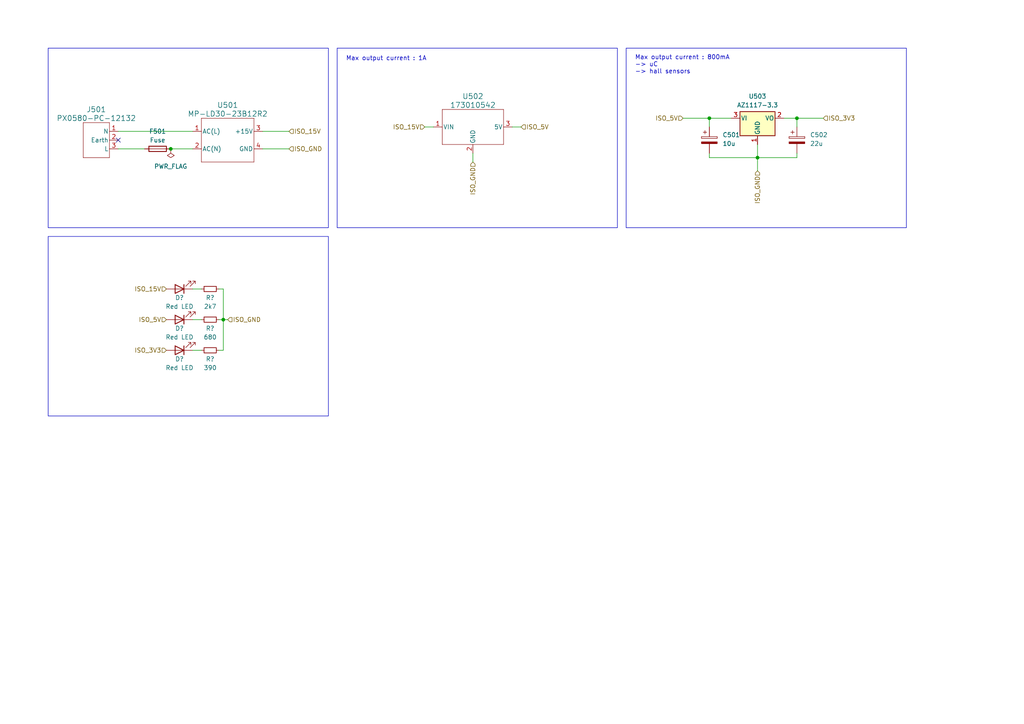
<source format=kicad_sch>
(kicad_sch (version 20230121) (generator eeschema)
  (paper "A4")
  (title_block (title "AAP Inverter") (date "2023-05-01") (company "ENSEA"))
  (lib_symbols
    (symbol "Custom:173010542" (pin_names (offset 0.254))
      (property "Reference" "U" (at 7.62 -6.35 0))
      (property "Value" "173010542" (at 0 6.35 0))
      (symbol "173010542_0_1"
        (polyline (pts (xy -8.89 -5.08) (xy 8.89 -5.08)) (stroke (width 0.127)))
        (polyline (pts (xy -8.89 5.08) (xy -8.89 -5.08)) (stroke (width 0.127)))
        (polyline (pts (xy 8.89 -5.08) (xy 8.89 5.08)) (stroke (width 0.127)))
        (polyline (pts (xy 8.89 5.08) (xy -8.89 5.08)) (stroke (width 0.127)))
      )
      (symbol "173010542_1_1"
        (pin power_in line (at -11.43 0 0) (length 2.54) (name "VIN") (number "1"))
        (pin power_in line (at 0 -7.62 90) (length 2.54) (name "GND") (number "2"))
        (pin power_out line (at 11.43 0 180) (length 2.54) (name "5V") (number "3"))
      )
    )
    (symbol "Device:C_Polarized" (pin_numbers hide) (pin_names (offset 0.254))
      (property "Reference" "C" (at 0.635 2.54 0))
      (property "Value" "C_Polarized" (at 0.635 -2.54 0))
      (symbol "C_Polarized_0_1"
        (rectangle (start -2.286 0.508) (end 2.286 1.016))
        (polyline (pts (xy -1.778 2.286) (xy -0.762 2.286)))
        (polyline (pts (xy -1.27 2.794) (xy -1.27 1.778)))
        (rectangle (start 2.286 -0.508) (end -2.286 -1.016) (fill (type outline)))
      )
      (symbol "C_Polarized_1_1"
        (pin passive line (at 0 3.81 270) (length 2.794) (name "~") (number "1"))
        (pin passive line (at 0 -3.81 90) (length 2.794) (name "~") (number "2"))
      )
    )
    (symbol "Device:Fuse" (pin_numbers hide) (pin_names (offset 0))
      (property "Reference" "F" (at 2.032 0 90))
      (property "Value" "Fuse" (at -1.905 0 90))
      (symbol "Fuse_0_1"
        (rectangle (start -0.762 -2.54) (end 0.762 2.54) (stroke (width 0.254)))
        (polyline (pts (xy 0 2.54) (xy 0 -2.54)))
      )
      (symbol "Fuse_1_1"
        (pin passive line (at 0 3.81 270) (length 1.27) (name "~") (number "1"))
        (pin passive line (at 0 -3.81 90) (length 1.27) (name "~") (number "2"))
      )
    )
    (symbol "Device:LED" (pin_numbers hide) (pin_names (offset 1.016) hide)
      (property "Reference" "D" (at 0 2.54 0))
      (property "Value" "LED" (at 0 -2.54 0))
      (symbol "LED_0_1"
        (polyline (pts (xy -1.27 -1.27) (xy -1.27 1.27)) (stroke (width 0.254)))
        (polyline (pts (xy -1.27 0) (xy 1.27 0)))
        (polyline (pts (xy 1.27 -1.27) (xy 1.27 1.27) (xy -1.27 0) (xy 1.27 -1.27)) (stroke (width 0.254)))
        (polyline (pts (xy -3.048 -0.762) (xy -4.572 -2.286) (xy -3.81 -2.286) (xy -4.572 -2.286) (xy -4.572 -1.524)))
        (polyline (pts (xy -1.778 -0.762) (xy -3.302 -2.286) (xy -2.54 -2.286) (xy -3.302 -2.286) (xy -3.302 -1.524)))
      )
      (symbol "LED_1_1"
        (pin passive line (at -3.81 0 0) (length 2.54) (name "K") (number "1"))
        (pin passive line (at 3.81 0 180) (length 2.54) (name "A") (number "2"))
      )
    )
    (symbol "Device:R_Small" (pin_numbers hide) (pin_names (offset 0.254) hide)
      (property "Reference" "R" (at 0.762 0.508 0))
      (property "Value" "R_Small" (at 0.762 -1.016 0))
      (symbol "R_Small_0_1"
        (rectangle (start -0.762 1.778) (end 0.762 -1.778) (stroke (width 0.2032)))
      )
      (symbol "R_Small_1_1"
        (pin passive line (at 0 2.54 270) (length 0.762) (name "~") (number "1"))
        (pin passive line (at 0 -2.54 90) (length 0.762) (name "~") (number "2"))
      )
    )
    (symbol "MP-LD30-23B15R2:MP-LD30-23B12R2" (pin_names (offset 0.254))
      (property "Reference" "U" (at 5.08 -7.62 0))
      (property "Value" "MP-LD30-23B12R2" (at 0 7.62 0))
      (symbol "MP-LD30-23B12R2_0_1"
        (polyline (pts (xy -7.62 -6.35) (xy 7.62 -6.35)) (stroke (width 0.127)))
        (polyline (pts (xy -7.62 6.35) (xy -7.62 -6.35)) (stroke (width 0.127)))
        (polyline (pts (xy 7.62 -6.35) (xy 7.62 6.35)) (stroke (width 0.127)))
        (polyline (pts (xy 7.62 6.35) (xy -7.62 6.35)) (stroke (width 0.127)))
      )
      (symbol "MP-LD30-23B12R2_1_1"
        (pin power_in line (at -10.16 2.54 0) (length 2.54) (name "AC(L)") (number "1"))
        (pin power_in line (at -10.16 -2.54 0) (length 2.54) (name "AC(N)") (number "2"))
        (pin power_out line (at 10.16 2.54 180) (length 2.54) (name "+15V") (number "3"))
        (pin power_out line (at 10.16 -2.54 180) (length 2.54) (name "GND") (number "4"))
      )
    )
    (symbol "PX0580-PC-12132:PX0580-PC-12132" (pin_names (offset 0.254))
      (property "Reference" "J" (at -1.27 -6.35 0))
      (property "Value" "PX0580-PC-12132" (at -5.08 6.35 0))
      (symbol "PX0580-PC-12132_1_1"
        (polyline (pts (xy -7.62 -5.08) (xy -7.62 5.08)) (stroke (width 0.127)))
        (polyline (pts (xy -7.62 5.08) (xy 0 5.08)) (stroke (width 0.127)))
        (polyline (pts (xy 0 -5.08) (xy -7.62 -5.08)) (stroke (width 0.127)))
        (polyline (pts (xy 0 5.08) (xy 0 -5.08)) (stroke (width 0.127)))
        (pin power_out line (at 2.54 2.54 180) (length 2.54) (name "N") (number "1"))
        (pin power_out line (at 2.54 0 180) (length 2.54) (name "Earth") (number "2"))
        (pin power_out line (at 2.54 -2.54 180) (length 2.54) (name "L") (number "3"))
      )
      (symbol "PX0580-PC-12132_1_2"
        (polyline (pts (xy 5.08 -7.62) (xy 12.7 -7.62)) (stroke (width 0.127)))
        (polyline (pts (xy 5.08 2.54) (xy 5.08 -7.62)) (stroke (width 0.127)))
        (polyline (pts (xy 7.62 -5.08) (xy 5.08 -5.08)) (stroke (width 0.127)))
        (polyline (pts (xy 7.62 -5.08) (xy 8.89 -5.9267)) (stroke (width 0.127)))
        (polyline (pts (xy 7.62 -5.08) (xy 8.89 -4.2333)) (stroke (width 0.127)))
        (polyline (pts (xy 7.62 -2.54) (xy 5.08 -2.54)) (stroke (width 0.127)))
        (polyline (pts (xy 7.62 -2.54) (xy 8.89 -3.3867)) (stroke (width 0.127)))
        (polyline (pts (xy 7.62 -2.54) (xy 8.89 -1.6933)) (stroke (width 0.127)))
        (polyline (pts (xy 7.62 0) (xy 5.08 0)) (stroke (width 0.127)))
        (polyline (pts (xy 7.62 0) (xy 8.89 -0.8467)) (stroke (width 0.127)))
        (polyline (pts (xy 7.62 0) (xy 8.89 0.8467)) (stroke (width 0.127)))
        (polyline (pts (xy 12.7 -7.62) (xy 12.7 2.54)) (stroke (width 0.127)))
        (polyline (pts (xy 12.7 2.54) (xy 5.08 2.54)) (stroke (width 0.127)))
        (pin unspecified line (at 0 0 0) (length 5.08) (name "1") (number "1"))
        (pin unspecified line (at 0 -2.54 0) (length 5.08) (name "2") (number "2"))
        (pin unspecified line (at 0 -5.08 0) (length 5.08) (name "3") (number "3"))
      )
    )
    (symbol "Regulator_Linear:AZ1117-3.3" (pin_names (offset 0.254))
      (property "Reference" "U" (at -3.81 3.175 0))
      (property "Value" "AZ1117-3.3" (at 0 3.175 0))
      (symbol "AZ1117-3.3_0_1"
        (rectangle (start -5.08 1.905) (end 5.08 -5.08) (stroke (width 0.254)) (fill (type background)))
      )
      (symbol "AZ1117-3.3_1_1"
        (pin power_in line (at 0 -7.62 90) (length 2.54) (name "GND") (number "1"))
        (pin power_out line (at 7.62 0 180) (length 2.54) (name "VO") (number "2"))
        (pin power_in line (at -7.62 0 0) (length 2.54) (name "VI") (number "3"))
      )
    )
    (symbol "power:PWR_FLAG" (power) (pin_numbers hide) (pin_names (offset 0) hide)
      (property "Value" "PWR_FLAG" (at 0 3.81 0))
      (symbol "PWR_FLAG_0_0"
        (pin power_out line (at 0 0 90) (length 0) (name "pwr") (number "1"))
      )
      (symbol "PWR_FLAG_0_1"
        (polyline (pts (xy 0 0) (xy 0 1.27) (xy -1.016 1.905) (xy 0 2.54) (xy 1.016 1.905) (xy 0 1.27)))
      )
    )
  )
  (junction (at 231.14 34.29))
  (junction (at 64.77 92.71))
  (junction (at 219.71 45.72))
  (junction (at 49.53 43.18))
  (junction (at 205.74 34.29))
  (no_connect (at 34.29 40.64))
  (wire (pts (xy 123.19 36.83) (xy 125.73 36.83)))
  (wire (pts (xy 55.88 83.82) (xy 58.42 83.82)))
  (wire (pts (xy 198.12 34.29) (xy 205.74 34.29)))
  (wire (pts (xy 64.77 83.82) (xy 64.77 92.71)))
  (wire (pts (xy 231.14 34.29) (xy 227.33 34.29)))
  (wire (pts (xy 64.77 92.71) (xy 64.77 101.6)))
  (wire (pts (xy 63.5 83.82) (xy 64.77 83.82)))
  (wire (pts (xy 64.77 92.71) (xy 66.04 92.71)))
  (wire (pts (xy 76.2 38.1) (xy 83.82 38.1)))
  (wire (pts (xy 205.74 34.29) (xy 205.74 36.83)))
  (wire (pts (xy 231.14 45.72) (xy 219.71 45.72)))
  (wire (pts (xy 205.74 44.45) (xy 205.74 45.72)))
  (wire (pts (xy 76.2 43.18) (xy 83.82 43.18)))
  (wire (pts (xy 205.74 45.72) (xy 219.71 45.72)))
  (wire (pts (xy 238.76 34.29) (xy 231.14 34.29)))
  (wire (pts (xy 151.13 36.83) (xy 148.59 36.83)))
  (wire (pts (xy 63.5 101.6) (xy 64.77 101.6)))
  (wire (pts (xy 63.5 92.71) (xy 64.77 92.71)))
  (wire (pts (xy 219.71 45.72) (xy 219.71 41.91)))
  (wire (pts (xy 231.14 44.45) (xy 231.14 45.72)))
  (wire (pts (xy 137.16 46.99) (xy 137.16 44.45)))
  (wire (pts (xy 219.71 49.53) (xy 219.71 45.72)))
  (wire (pts (xy 205.74 34.29) (xy 212.09 34.29)))
  (wire (pts (xy 55.88 92.71) (xy 58.42 92.71)))
  (wire (pts (xy 34.29 38.1) (xy 55.88 38.1)))
  (wire (pts (xy 49.53 43.18) (xy 55.88 43.18)))
  (wire (pts (xy 55.88 101.6) (xy 58.42 101.6)))
  (wire (pts (xy 231.14 34.29) (xy 231.14 36.83)))
  (wire (pts (xy 34.29 43.18) (xy 41.91 43.18)))
  (rectangle (start 13.97 13.97) (end 95.25 66.04))
  (rectangle (start 13.97 68.58) (end 95.25 120.65))
  (rectangle (start 181.61 13.97) (end 262.89 66.04))
  (rectangle (start 97.79 13.97) (end 179.07 66.04))
  (text "Max output current : 800mA\n-> uC\n-> hall sensors" (at 184.15 21.59 0) (effects (font (size 1.27 1.27)) (justify left bottom)))
  (text "Max output current : 1A" (at 100.33 17.78 0) (effects (font (size 1.27 1.27)) (justify left bottom)))
  (hierarchical_label "ISO_3V3" (shape input) (at 238.76 34.29 0))
  (hierarchical_label "ISO_5V" (shape input) (at 151.13 36.83 0))
  (hierarchical_label "ISO_GND" (shape input) (at 66.04 92.71 0))
  (hierarchical_label "ISO_15V" (shape input) (at 123.19 36.83 180))
  (hierarchical_label "ISO_15V" (shape input) (at 83.82 38.1 0))
  (hierarchical_label "ISO_GND" (shape input) (at 83.82 43.18 0))
  (hierarchical_label "ISO_GND" (shape input) (at 137.16 46.99 270))
  (hierarchical_label "ISO_5V" (shape input) (at 198.12 34.29 180))
  (hierarchical_label "ISO_15V" (shape input) (at 48.26 83.82 180))
  (hierarchical_label "ISO_GND" (shape input) (at 219.71 49.53 270))
  (hierarchical_label "ISO_5V" (shape input) (at 48.26 92.71 180))
  (hierarchical_label "ISO_3V3" (shape input) (at 48.26 101.6 180))
  (symbol (lib_id "Device:R_Small") (at 60.96 83.82 90) (unit 1)
    (property "Reference" "R?" (at 60.96 86.36 90))
    (property "Value" "2k7" (at 60.96 88.9 90))
    (property "Footprint" "Resistor_SMD:R_0402_1005Metric" (effects hide))
    (property "Fournisseur" "Stock" (effects hide))
    (instances (project "Inverter_KiCAD" (path "" (reference "R?") (unit 1)) (path "" (reference "R?") (unit 1)) (path "" (reference "R?") (unit 1)) (path "" (reference "R?") (unit 1)) (path "" (reference "R501") (unit 1))))
  )
  (symbol (lib_id "Device:C_Polarized") (at 231.14 40.64 0) (unit 1)
    (property "Reference" "C?" (at 234.95 39.116 0) (effects (justify left)))
    (property "Value" "22u" (at 234.95 41.656 0) (effects (justify left)))
    (property "Footprint" "Capacitor_SMD:CP_Elec_5x5.4" (effects hide))
    (property "MFR" "865 060 442 002" (effects hide))
    (property "Fournisseur" "Wurth" (effects hide))
    (instances (project "Inverter_KiCAD" (path "" (reference "C502") (unit 1))))
  )
  (symbol (lib_id "Regulator_Linear:AZ1117-3.3") (at 219.71 34.29 0) (unit 1)
    (property "Reference" "U?" (at 219.71 27.94 0))
    (property "Value" "AZ1117-3.3" (at 219.71 30.48 0))
    (property "Footprint" "Package_TO_SOT_SMD:SOT-223-3_TabPin2" (effects hide))
    (property "Datasheet" "https://www.diodes.com/assets/Datasheets/AZ1117.pdf" (effects hide))
    (property "Fournisseur" "RS" (effects hide))
    (property "MFR" "AZ1117H-3.3TRE1" (effects hide))
    (property "Ref" "921-0701" (effects hide))
    (instances (project "Inverter_KiCAD" (path "" (reference "U503") (unit 1))))
  )
  (symbol (lib_id "PX0580-PC-12132:PX0580-PC-12132") (at 31.75 40.64 0) (unit 1)
    (property "Reference" "J?" (at 27.94 31.75 0) (effects (font (size 1.524 1.524))))
    (property "Value" "PX0580-PC-12132" (at 27.94 34.29 0) (effects (font (size 1.524 1.524))))
    (property "Footprint" "Custom:PX0580-PC-12132" (effects hide))
    (property "Datasheet" "PX0580-PC-12132" (effects hide))
    (property "Fournisseur" "RS" (effects hide))
    (property "MFR" "PX0580/PC/12132" (effects hide))
    (property "Ref" "261-5840" (effects hide))
    (instances (project "Inverter_KiCAD" (path "" (reference "J501") (unit 1))))
  )
  (symbol (lib_id "Device:LED") (at 52.07 83.82 180) (unit 1)
    (property "Reference" "D?" (at 52.07 86.36 0))
    (property "Value" "Red LED" (at 52.07 88.9 0))
    (property "Footprint" "LED_SMD:LED_0603_1608Metric" (effects hide))
    (property "Fournisseur" "Wurth" (effects hide))
    (property "MFR" "150 060 RS5 504 0" (effects hide))
    (instances (project "Inverter_KiCAD" (path "" (reference "D?") (unit 1)) (path "" (reference "D?") (unit 1)) (path "" (reference "D?") (unit 1)) (path "" (reference "D?") (unit 1)) (path "" (reference "D501") (unit 1))))
  )
  (symbol (lib_id "power:PWR_FLAG") (at 49.53 43.18 180) (unit 1)
    (property "Reference" "#FLG?" (effects hide))
    (property "Value" "PWR_FLAG" (at 49.53 48.26 0))
    (instances (project "Inverter_KiCAD" (path "" (reference "#FLG0501") (unit 1))))
  )
  (symbol (lib_id "Device:Fuse") (at 45.72 43.18 90) (unit 1)
    (property "Reference" "F?" (at 45.72 38.1 90))
    (property "Value" "Fuse" (at 45.72 40.64 90))
    (property "Footprint" "Custom:0031.8201" (effects hide))
    (property "Fournisseur" "Wurth" (effects hide))
    (property "MFR" "696 108 003 002" (effects hide))
    (instances (project "Inverter_KiCAD" (path "" (reference "F501") (unit 1))))
  )
  (symbol (lib_id "Custom:173010542") (at 137.16 36.83 0) (unit 1)
    (property "Reference" "U?" (at 137.16 27.94 0) (effects (font (size 1.524 1.524))))
    (property "Value" "173010542" (at 137.16 30.48 0) (effects (font (size 1.524 1.524))))
    (property "Footprint" "Custom:173010578" (effects hide))
    (property "Datasheet" "173010542" (effects hide))
    (property "MFR" "173 010 542" (effects hide))
    (property "Fournisseur" "Wurth" (effects hide))
    (instances (project "Inverter_KiCAD" (path "" (reference "U502") (unit 1))))
  )
  (symbol (lib_id "Device:LED") (at 52.07 92.71 180) (unit 1)
    (property "Reference" "D?" (at 52.07 95.25 0))
    (property "Value" "Red LED" (at 52.07 97.79 0))
    (property "Footprint" "LED_SMD:LED_0603_1608Metric" (effects hide))
    (property "Fournisseur" "Wurth" (effects hide))
    (property "MFR" "150 060 RS5 504 0" (effects hide))
    (instances (project "Inverter_KiCAD" (path "" (reference "D?") (unit 1)) (path "" (reference "D?") (unit 1)) (path "" (reference "D?") (unit 1)) (path "" (reference "D?") (unit 1)) (path "" (reference "D502") (unit 1))))
  )
  (symbol (lib_id "Device:C_Polarized") (at 205.74 40.64 0) (unit 1)
    (property "Reference" "C?" (at 209.55 39.116 0) (effects (justify left)))
    (property "Value" "10u" (at 209.55 41.656 0) (effects (justify left)))
    (property "Footprint" "Capacitor_SMD:CP_Elec_4x5.4" (effects hide))
    (property "MFR" "865 060 440 001" (effects hide))
    (property "Fournisseur" "Wurth" (effects hide))
    (instances (project "Inverter_KiCAD" (path "" (reference "C501") (unit 1))))
  )
  (symbol (lib_id "Device:R_Small") (at 60.96 101.6 90) (unit 1)
    (property "Reference" "R?" (at 60.96 104.14 90))
    (property "Value" "390" (at 60.96 106.68 90))
    (property "Footprint" "Resistor_SMD:R_0402_1005Metric" (effects hide))
    (property "Fournisseur" "Farnell" (effects hide))
    (property "MFR" "CRCW0402390RFKEDC" (effects hide))
    (property "Ref" "4177482" (effects hide))
    (instances (project "Inverter_KiCAD" (path "" (reference "R?") (unit 1)) (path "" (reference "R?") (unit 1)) (path "" (reference "R?") (unit 1)) (path "" (reference "R?") (unit 1)) (path "" (reference "R503") (unit 1))))
  )
  (symbol (lib_id "Device:R_Small") (at 60.96 92.71 90) (unit 1)
    (property "Reference" "R?" (at 60.96 95.25 90))
    (property "Value" "680" (at 60.96 97.79 90))
    (property "Footprint" "Resistor_SMD:R_0402_1005Metric" (effects hide))
    (property "Fournisseur" "Stock" (effects hide))
    (instances (project "Inverter_KiCAD" (path "" (reference "R?") (unit 1)) (path "" (reference "R?") (unit 1)) (path "" (reference "R?") (unit 1)) (path "" (reference "R?") (unit 1)) (path "" (reference "R502") (unit 1))))
  )
  (symbol (lib_id "Device:LED") (at 52.07 101.6 180) (unit 1)
    (property "Reference" "D?" (at 52.07 104.14 0))
    (property "Value" "Red LED" (at 52.07 106.68 0))
    (property "Footprint" "LED_SMD:LED_0603_1608Metric" (effects hide))
    (property "Fournisseur" "Wurth" (effects hide))
    (property "MFR" "150 060 RS5 504 0" (effects hide))
    (instances (project "Inverter_KiCAD" (path "" (reference "D?") (unit 1)) (path "" (reference "D?") (unit 1)) (path "" (reference "D?") (unit 1)) (path "" (reference "D?") (unit 1)) (path "" (reference "D503") (unit 1))))
  )
  (symbol (lib_id "MP-LD30-23B15R2:MP-LD30-23B12R2") (at 66.04 40.64 0) (unit 1)
    (property "Reference" "U?" (at 66.04 30.48 0) (effects (font (size 1.524 1.524))))
    (property "Value" "MP-LD30-23B12R2" (at 66.04 33.02 0) (effects (font (size 1.524 1.524))))
    (property "Footprint" "Custom:MP-LD30-23B15R2" (effects hide))
    (property "Datasheet" "MP-LD30-23B12R2" (effects hide))
    (property "MFR" "MP-LD30-23B15R2" (effects hide))
    (property "Fournisseur" "Farnell" (effects hide))
    (property "Ref" "3780527" (effects hide))
    (instances (project "Inverter_KiCAD" (path "" (reference "U501") (unit 1))))
  )
)
</source>
